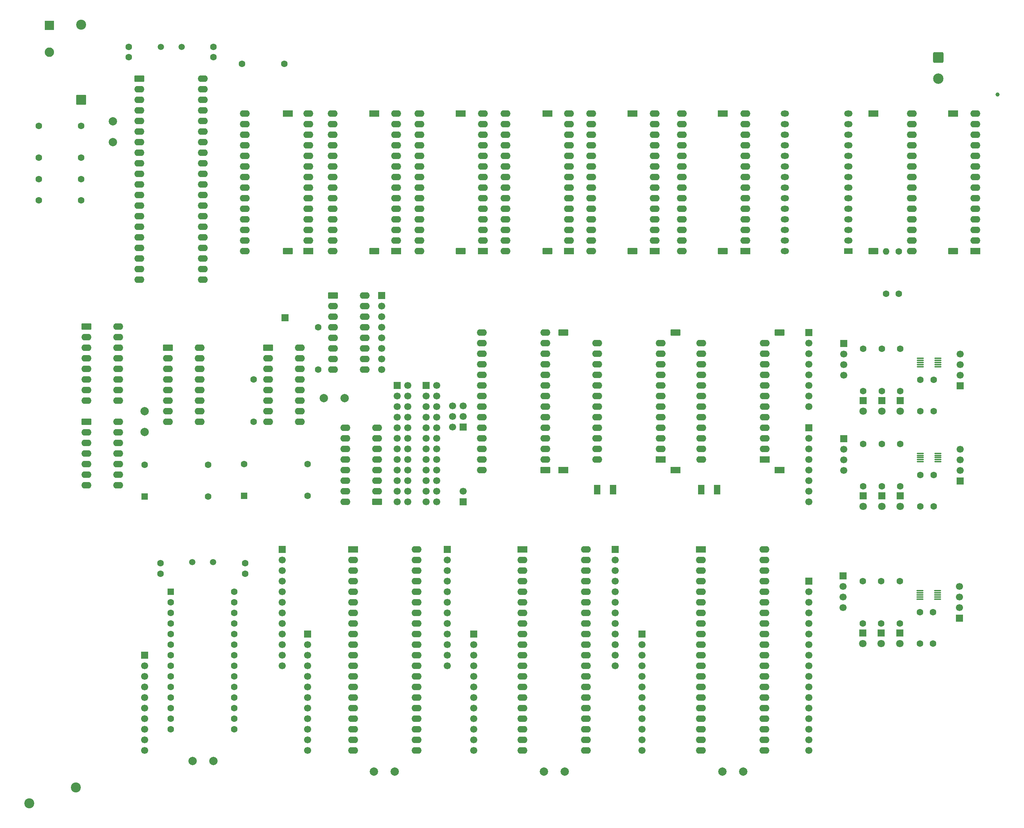
<source format=gts>
G04 #@! TF.GenerationSoftware,KiCad,Pcbnew,9.0.2*
G04 #@! TF.CreationDate,2025-07-01T19:52:47+02:00*
G04 #@! TF.ProjectId,CPU_X-3,4350555f-582d-4332-9e6b-696361645f70,3*
G04 #@! TF.SameCoordinates,Original*
G04 #@! TF.FileFunction,Soldermask,Top*
G04 #@! TF.FilePolarity,Negative*
%FSLAX46Y46*%
G04 Gerber Fmt 4.6, Leading zero omitted, Abs format (unit mm)*
G04 Created by KiCad (PCBNEW 9.0.2) date 2025-07-01 19:52:47*
%MOMM*%
%LPD*%
G01*
G04 APERTURE LIST*
G04 Aperture macros list*
%AMRoundRect*
0 Rectangle with rounded corners*
0 $1 Rounding radius*
0 $2 $3 $4 $5 $6 $7 $8 $9 X,Y pos of 4 corners*
0 Add a 4 corners polygon primitive as box body*
4,1,4,$2,$3,$4,$5,$6,$7,$8,$9,$2,$3,0*
0 Add four circle primitives for the rounded corners*
1,1,$1+$1,$2,$3*
1,1,$1+$1,$4,$5*
1,1,$1+$1,$6,$7*
1,1,$1+$1,$8,$9*
0 Add four rect primitives between the rounded corners*
20,1,$1+$1,$2,$3,$4,$5,0*
20,1,$1+$1,$4,$5,$6,$7,0*
20,1,$1+$1,$6,$7,$8,$9,0*
20,1,$1+$1,$8,$9,$2,$3,0*%
G04 Aperture macros list end*
%ADD10C,1.800000*%
%ADD11R,1.800000X1.800000*%
%ADD12C,1.600000*%
%ADD13R,1.700000X1.700000*%
%ADD14C,1.700000*%
%ADD15RoundRect,0.142858X-1.057142X-0.657142X1.057142X-0.657142X1.057142X0.657142X-1.057142X0.657142X0*%
%ADD16R,2.400000X1.600000*%
%ADD17R,1.500000X1.000000*%
%ADD18C,2.000000*%
%ADD19RoundRect,0.250000X-0.950000X-0.550000X0.950000X-0.550000X0.950000X0.550000X-0.950000X0.550000X0*%
%ADD20O,2.400000X1.600000*%
%ADD21C,2.400000*%
%ADD22C,1.500000*%
%ADD23RoundRect,0.142858X1.057142X0.657142X-1.057142X0.657142X-1.057142X-0.657142X1.057142X-0.657142X0*%
%ADD24RoundRect,0.087500X0.725000X0.087500X-0.725000X0.087500X-0.725000X-0.087500X0.725000X-0.087500X0*%
%ADD25RoundRect,0.250000X0.950000X0.550000X-0.950000X0.550000X-0.950000X-0.550000X0.950000X-0.550000X0*%
%ADD26R,2.000000X1.440000*%
%ADD27O,2.000000X1.440000*%
%ADD28R,1.600000X1.600000*%
%ADD29RoundRect,0.250000X-1.000000X1.000000X-1.000000X-1.000000X1.000000X-1.000000X1.000000X1.000000X0*%
%ADD30C,2.500000*%
%ADD31RoundRect,0.250000X-0.550000X-0.550000X0.550000X-0.550000X0.550000X0.550000X-0.550000X0.550000X0*%
%ADD32RoundRect,0.250001X0.949999X-0.949999X0.949999X0.949999X-0.949999X0.949999X-0.949999X-0.949999X0*%
%ADD33R,2.250000X2.250000*%
%ADD34C,2.250000*%
%ADD35C,1.000000*%
%ADD36O,1.600000X1.600000*%
G04 APERTURE END LIST*
G36*
X171565000Y-144249000D02*
G01*
X170065000Y-144249000D01*
X170065000Y-144549000D01*
X171565000Y-144549000D01*
X171565000Y-144249000D01*
G37*
G36*
X196584000Y-144264000D02*
G01*
X195084000Y-144264000D01*
X195084000Y-144564000D01*
X196584000Y-144564000D01*
X196584000Y-144264000D01*
G37*
G36*
X192774000Y-144264000D02*
G01*
X191274000Y-144264000D01*
X191274000Y-144564000D01*
X192774000Y-144564000D01*
X192774000Y-144264000D01*
G37*
G36*
X167755000Y-144264000D02*
G01*
X166255000Y-144264000D01*
X166255000Y-144564000D01*
X167755000Y-144564000D01*
X167755000Y-144264000D01*
G37*
D10*
X235331000Y-148396000D03*
D11*
X235331000Y-145856000D03*
D12*
X100076000Y-105410000D03*
X100076000Y-115570000D03*
D13*
X226187000Y-109280000D03*
D14*
X226187000Y-111820000D03*
X226187000Y-114360000D03*
X226187000Y-116900000D03*
D12*
X230759000Y-176530000D03*
X230759000Y-166370000D03*
D15*
X252476000Y-87122000D03*
D16*
X252476000Y-54122000D03*
D15*
X134239000Y-87102000D03*
D16*
X134239000Y-54102000D03*
D13*
X91440000Y-158750000D03*
D14*
X91440000Y-161290000D03*
X91440000Y-163830000D03*
X91440000Y-166370000D03*
X91440000Y-168910000D03*
X91440000Y-171450000D03*
X91440000Y-173990000D03*
X91440000Y-176530000D03*
X91440000Y-179070000D03*
X91440000Y-181610000D03*
X91440000Y-184150000D03*
X91440000Y-186690000D03*
D17*
X170815000Y-143749000D03*
X170815000Y-145049000D03*
D18*
X50800000Y-60960000D03*
X50800000Y-55960000D03*
D12*
X33020000Y-74930000D03*
X43180000Y-74930000D03*
D13*
X254000000Y-175260000D03*
D14*
X254000000Y-172720000D03*
X254000000Y-170180000D03*
X254000000Y-167640000D03*
D12*
X82550000Y-164572000D03*
X82550000Y-162072000D03*
D11*
X230886000Y-145856000D03*
D10*
X230886000Y-148396000D03*
D13*
X115316000Y-97790000D03*
D14*
X115316000Y-100330000D03*
X115316000Y-102870000D03*
X115316000Y-105410000D03*
X115316000Y-107950000D03*
X115316000Y-110490000D03*
X115316000Y-113030000D03*
X115316000Y-115570000D03*
D15*
X175514000Y-87102000D03*
D16*
X175514000Y-54102000D03*
D13*
X254127000Y-142300000D03*
D14*
X254127000Y-139760000D03*
X254127000Y-137220000D03*
X254127000Y-134680000D03*
D19*
X103632000Y-97790000D03*
D20*
X103632000Y-100330000D03*
X103632000Y-102870000D03*
X103632000Y-105410000D03*
X103632000Y-107950000D03*
X103632000Y-110490000D03*
X103632000Y-113030000D03*
X103632000Y-115570000D03*
X111252000Y-115570000D03*
X111252000Y-113030000D03*
X111252000Y-110490000D03*
X111252000Y-107950000D03*
X111252000Y-105410000D03*
X111252000Y-102870000D03*
X111252000Y-100330000D03*
X111252000Y-97790000D03*
D17*
X195834000Y-143764000D03*
X195834000Y-145064000D03*
D12*
X235204000Y-176530000D03*
X235204000Y-166370000D03*
D13*
X226060000Y-165100000D03*
D14*
X226060000Y-167640000D03*
X226060000Y-170180000D03*
X226060000Y-172720000D03*
D12*
X91948000Y-42164000D03*
X81788000Y-42164000D03*
X54610000Y-38100000D03*
X54610000Y-40600000D03*
D21*
X41910000Y-215900000D03*
D13*
X177800000Y-179070000D03*
D14*
X177800000Y-181610000D03*
X177800000Y-184150000D03*
X177800000Y-186690000D03*
X177800000Y-189230000D03*
X177800000Y-191770000D03*
X177800000Y-194310000D03*
X177800000Y-196850000D03*
X177800000Y-199390000D03*
X177800000Y-201930000D03*
X177800000Y-204470000D03*
X177800000Y-207010000D03*
D13*
X118999000Y-119380000D03*
D14*
X121539000Y-119380000D03*
X118999000Y-121920000D03*
X121539000Y-121920000D03*
X118999000Y-124460000D03*
X121539000Y-124460000D03*
X118999000Y-127000000D03*
X121539000Y-127000000D03*
X118999000Y-129540000D03*
X121539000Y-129540000D03*
X118999000Y-132080000D03*
X121539000Y-132080000D03*
X118999000Y-134620000D03*
X121539000Y-134620000D03*
X118999000Y-137160000D03*
X121539000Y-137160000D03*
X118999000Y-139700000D03*
X121539000Y-139700000D03*
X118999000Y-142240000D03*
X121539000Y-142240000D03*
X118999000Y-144780000D03*
X121539000Y-144780000D03*
X118999000Y-147320000D03*
X121539000Y-147320000D03*
D16*
X191897000Y-158750000D03*
D20*
X191897000Y-161290000D03*
X191897000Y-163830000D03*
X191897000Y-166370000D03*
X191897000Y-168910000D03*
X191897000Y-171450000D03*
X191897000Y-173990000D03*
X191897000Y-176530000D03*
X191897000Y-179070000D03*
X191897000Y-181610000D03*
X191897000Y-184150000D03*
X191897000Y-186690000D03*
X191897000Y-189230000D03*
X191897000Y-191770000D03*
X191897000Y-194310000D03*
X191897000Y-196850000D03*
X191897000Y-199390000D03*
X191897000Y-201930000D03*
X191897000Y-204470000D03*
X191897000Y-207010000D03*
X207137000Y-207010000D03*
X207137000Y-204470000D03*
X207137000Y-201930000D03*
X207137000Y-199390000D03*
X207137000Y-196850000D03*
X207137000Y-194310000D03*
X207137000Y-191770000D03*
X207137000Y-189230000D03*
X207137000Y-186690000D03*
X207137000Y-184150000D03*
X207137000Y-181610000D03*
X207137000Y-179070000D03*
X207137000Y-176530000D03*
X207137000Y-173990000D03*
X207137000Y-171450000D03*
X207137000Y-168910000D03*
X207137000Y-166370000D03*
X207137000Y-163830000D03*
X207137000Y-161290000D03*
X207137000Y-158750000D03*
D11*
X239776000Y-122996000D03*
D10*
X239776000Y-125536000D03*
D15*
X92750000Y-87102000D03*
D16*
X92750000Y-54102000D03*
D11*
X230759000Y-178816000D03*
D10*
X230759000Y-181356000D03*
D13*
X217805000Y-129540000D03*
D14*
X217805000Y-132080000D03*
X217805000Y-134620000D03*
X217805000Y-137160000D03*
X217805000Y-139700000D03*
X217805000Y-142240000D03*
X217805000Y-144780000D03*
X217805000Y-147320000D03*
D22*
X62312500Y-38100000D03*
X67312500Y-38100000D03*
D12*
X62230000Y-162072000D03*
X62230000Y-164572000D03*
D22*
X69850000Y-161798000D03*
X74850000Y-161798000D03*
D19*
X44450000Y-128143000D03*
D20*
X44450000Y-130683000D03*
X44450000Y-133223000D03*
X44450000Y-135763000D03*
X44450000Y-138303000D03*
X44450000Y-140843000D03*
X44450000Y-143383000D03*
X52070000Y-143383000D03*
X52070000Y-140843000D03*
X52070000Y-138303000D03*
X52070000Y-135763000D03*
X52070000Y-133223000D03*
X52070000Y-130683000D03*
X52070000Y-128143000D03*
D12*
X230886000Y-120710000D03*
X230886000Y-110550000D03*
D16*
X257810000Y-87122000D03*
D20*
X257810000Y-84582000D03*
X257810000Y-82042000D03*
X257810000Y-79502000D03*
X257810000Y-76962000D03*
X257810000Y-74422000D03*
X257810000Y-71882000D03*
X257810000Y-69342000D03*
X257810000Y-66802000D03*
X257810000Y-64262000D03*
X257810000Y-61722000D03*
X257810000Y-59182000D03*
X257810000Y-56642000D03*
X257810000Y-54102000D03*
X242570000Y-54102000D03*
X242570000Y-56642000D03*
X242570000Y-59182000D03*
X242570000Y-61722000D03*
X242570000Y-64262000D03*
X242570000Y-66802000D03*
X242570000Y-69342000D03*
X242570000Y-71882000D03*
X242570000Y-74422000D03*
X242570000Y-76962000D03*
X242570000Y-79502000D03*
X242570000Y-82042000D03*
X242570000Y-84582000D03*
X242570000Y-87122000D03*
D18*
X101426000Y-122428000D03*
X106426000Y-122428000D03*
X197057000Y-212090000D03*
X202057000Y-212090000D03*
D23*
X185801000Y-106680000D03*
D16*
X185801000Y-139680000D03*
D24*
X248827000Y-114868000D03*
X248827000Y-114368000D03*
X248827000Y-113868000D03*
X248827000Y-113368000D03*
X248827000Y-112868000D03*
X244602000Y-112868000D03*
X244602000Y-113368000D03*
X244602000Y-113868000D03*
X244602000Y-114368000D03*
X244602000Y-114868000D03*
D19*
X64008000Y-110363000D03*
D20*
X64008000Y-112903000D03*
X64008000Y-115443000D03*
X64008000Y-117983000D03*
X64008000Y-120523000D03*
X64008000Y-123063000D03*
X64008000Y-125603000D03*
X64008000Y-128143000D03*
X71628000Y-128143000D03*
X71628000Y-125603000D03*
X71628000Y-123063000D03*
X71628000Y-120523000D03*
X71628000Y-117983000D03*
X71628000Y-115443000D03*
X71628000Y-112903000D03*
X71628000Y-110363000D03*
D16*
X180848000Y-87122000D03*
D20*
X180848000Y-84582000D03*
X180848000Y-82042000D03*
X180848000Y-79502000D03*
X180848000Y-76962000D03*
X180848000Y-74422000D03*
X180848000Y-71882000D03*
X180848000Y-69342000D03*
X180848000Y-66802000D03*
X180848000Y-64262000D03*
X180848000Y-61722000D03*
X180848000Y-59182000D03*
X180848000Y-56642000D03*
X180848000Y-54102000D03*
X165608000Y-54102000D03*
X165608000Y-56642000D03*
X165608000Y-59182000D03*
X165608000Y-61722000D03*
X165608000Y-64262000D03*
X165608000Y-66802000D03*
X165608000Y-69342000D03*
X165608000Y-71882000D03*
X165608000Y-74422000D03*
X165608000Y-76962000D03*
X165608000Y-79502000D03*
X165608000Y-82042000D03*
X165608000Y-84582000D03*
X165608000Y-87122000D03*
D18*
X113428175Y-212090000D03*
X118428175Y-212090000D03*
X154258000Y-212090000D03*
X159258000Y-212090000D03*
D16*
X207264000Y-137160000D03*
D20*
X207264000Y-134620000D03*
X207264000Y-132080000D03*
X207264000Y-129540000D03*
X207264000Y-127000000D03*
X207264000Y-124460000D03*
X207264000Y-121920000D03*
X207264000Y-119380000D03*
X207264000Y-116840000D03*
X207264000Y-114300000D03*
X207264000Y-111760000D03*
X207264000Y-109220000D03*
X192024000Y-109220000D03*
X192024000Y-111760000D03*
X192024000Y-114300000D03*
X192024000Y-116840000D03*
X192024000Y-119380000D03*
X192024000Y-121920000D03*
X192024000Y-124460000D03*
X192024000Y-127000000D03*
X192024000Y-129540000D03*
X192024000Y-132080000D03*
X192024000Y-134620000D03*
X192024000Y-137160000D03*
D12*
X239776000Y-110550000D03*
X239776000Y-120710000D03*
D11*
X230886000Y-122996000D03*
D10*
X230886000Y-125536000D03*
D12*
X239395000Y-97409000D03*
X239395000Y-87249000D03*
D11*
X239776000Y-145856000D03*
D10*
X239776000Y-148396000D03*
D19*
X88011000Y-110363000D03*
D20*
X88011000Y-112903000D03*
X88011000Y-115443000D03*
X88011000Y-117983000D03*
X88011000Y-120523000D03*
X88011000Y-123063000D03*
X88011000Y-125603000D03*
X88011000Y-128143000D03*
X95631000Y-128143000D03*
X95631000Y-125603000D03*
X95631000Y-123063000D03*
X95631000Y-120523000D03*
X95631000Y-117983000D03*
X95631000Y-115443000D03*
X95631000Y-112903000D03*
X95631000Y-110363000D03*
D23*
X158924000Y-106680000D03*
D16*
X158924000Y-139680000D03*
D13*
X125984000Y-119380000D03*
D14*
X128524000Y-119380000D03*
X125984000Y-121920000D03*
X128524000Y-121920000D03*
X125984000Y-124460000D03*
X128524000Y-124460000D03*
X125984000Y-127000000D03*
X128524000Y-127000000D03*
X125984000Y-129540000D03*
X128524000Y-129540000D03*
X125984000Y-132080000D03*
X128524000Y-132080000D03*
X125984000Y-134620000D03*
X128524000Y-134620000D03*
X125984000Y-137160000D03*
X128524000Y-137160000D03*
X125984000Y-139700000D03*
X128524000Y-139700000D03*
X125984000Y-142240000D03*
X128524000Y-142240000D03*
X125984000Y-144780000D03*
X128524000Y-144780000D03*
X125984000Y-147320000D03*
X128524000Y-147320000D03*
D25*
X114173000Y-147320000D03*
D20*
X114173000Y-144780000D03*
X114173000Y-142240000D03*
X114173000Y-139700000D03*
X114173000Y-137160000D03*
X114173000Y-134620000D03*
X114173000Y-132080000D03*
X114173000Y-129540000D03*
X106553000Y-129540000D03*
X106553000Y-132080000D03*
X106553000Y-134620000D03*
X106553000Y-137160000D03*
X106553000Y-139700000D03*
X106553000Y-142240000D03*
X106553000Y-144780000D03*
X106553000Y-147320000D03*
D19*
X44450000Y-105283000D03*
D20*
X44450000Y-107823000D03*
X44450000Y-110363000D03*
X44450000Y-112903000D03*
X44450000Y-115443000D03*
X44450000Y-117983000D03*
X44450000Y-120523000D03*
X44450000Y-123063000D03*
X52070000Y-123063000D03*
X52070000Y-120523000D03*
X52070000Y-117983000D03*
X52070000Y-115443000D03*
X52070000Y-112903000D03*
X52070000Y-110363000D03*
X52070000Y-107823000D03*
X52070000Y-105283000D03*
D17*
X192024000Y-143764000D03*
X192024000Y-145064000D03*
D25*
X154559000Y-139700000D03*
D20*
X154559000Y-137160000D03*
X154559000Y-134620000D03*
X154559000Y-132080000D03*
X154559000Y-129540000D03*
X154559000Y-127000000D03*
X154559000Y-124460000D03*
X154559000Y-121920000D03*
X154559000Y-119380000D03*
X154559000Y-116840000D03*
X154559000Y-114300000D03*
X154559000Y-111760000D03*
X154559000Y-109220000D03*
X154559000Y-106680000D03*
X139319000Y-106680000D03*
X139319000Y-109220000D03*
X139319000Y-111760000D03*
X139319000Y-114300000D03*
X139319000Y-116840000D03*
X139319000Y-119380000D03*
X139319000Y-121920000D03*
X139319000Y-124460000D03*
X139319000Y-127000000D03*
X139319000Y-129540000D03*
X139319000Y-132080000D03*
X139319000Y-134620000D03*
X139319000Y-137160000D03*
X139319000Y-139700000D03*
D12*
X247777000Y-118043000D03*
X247777000Y-125543000D03*
X84582000Y-117983000D03*
X84582000Y-128143000D03*
D13*
X92075000Y-103124000D03*
D16*
X118745000Y-87122000D03*
D20*
X118745000Y-84582000D03*
X118745000Y-82042000D03*
X118745000Y-79502000D03*
X118745000Y-76962000D03*
X118745000Y-74422000D03*
X118745000Y-71882000D03*
X118745000Y-69342000D03*
X118745000Y-66802000D03*
X118745000Y-64262000D03*
X118745000Y-61722000D03*
X118745000Y-59182000D03*
X118745000Y-56642000D03*
X118745000Y-54102000D03*
X103505000Y-54102000D03*
X103505000Y-56642000D03*
X103505000Y-59182000D03*
X103505000Y-61722000D03*
X103505000Y-64262000D03*
X103505000Y-66802000D03*
X103505000Y-69342000D03*
X103505000Y-71882000D03*
X103505000Y-74422000D03*
X103505000Y-76962000D03*
X103505000Y-79502000D03*
X103505000Y-82042000D03*
X103505000Y-84582000D03*
X103505000Y-87122000D03*
D26*
X227330000Y-87122000D03*
D27*
X227330000Y-84582000D03*
X227330000Y-82042000D03*
X227330000Y-79502000D03*
X227330000Y-76962000D03*
X227330000Y-74422000D03*
X227330000Y-71882000D03*
X227330000Y-69342000D03*
X227330000Y-66802000D03*
X227330000Y-64262000D03*
X227330000Y-61722000D03*
X227330000Y-59182000D03*
X227330000Y-56642000D03*
X227330000Y-54102000D03*
X212090000Y-54102000D03*
X212090000Y-56642000D03*
X212090000Y-59182000D03*
X212090000Y-61722000D03*
X212090000Y-64262000D03*
X212090000Y-66802000D03*
X212090000Y-69342000D03*
X212090000Y-71882000D03*
X212090000Y-74422000D03*
X212090000Y-76962000D03*
X212090000Y-79502000D03*
X212090000Y-82042000D03*
X212090000Y-84582000D03*
X212090000Y-87122000D03*
D28*
X82296000Y-145923000D03*
D12*
X97536000Y-145923000D03*
X97536000Y-138303000D03*
X82296000Y-138303000D03*
D15*
X155067000Y-87122000D03*
D16*
X155067000Y-54122000D03*
X182245000Y-137160000D03*
D20*
X182245000Y-134620000D03*
X182245000Y-132080000D03*
X182245000Y-129540000D03*
X182245000Y-127000000D03*
X182245000Y-124460000D03*
X182245000Y-121920000D03*
X182245000Y-119380000D03*
X182245000Y-116840000D03*
X182245000Y-114300000D03*
X182245000Y-111760000D03*
X182245000Y-109220000D03*
X167005000Y-109220000D03*
X167005000Y-111760000D03*
X167005000Y-114300000D03*
X167005000Y-116840000D03*
X167005000Y-119380000D03*
X167005000Y-121920000D03*
X167005000Y-124460000D03*
X167005000Y-127000000D03*
X167005000Y-129540000D03*
X167005000Y-132080000D03*
X167005000Y-134620000D03*
X167005000Y-137160000D03*
D24*
X248700000Y-170688000D03*
X248700000Y-170188000D03*
X248700000Y-169688000D03*
X248700000Y-169188000D03*
X248700000Y-168688000D03*
X244475000Y-168688000D03*
X244475000Y-169188000D03*
X244475000Y-169688000D03*
X244475000Y-170188000D03*
X244475000Y-170688000D03*
X248827000Y-137696000D03*
X248827000Y-137196000D03*
X248827000Y-136696000D03*
X248827000Y-136196000D03*
X248827000Y-135696000D03*
X244602000Y-135696000D03*
X244602000Y-136196000D03*
X244602000Y-136696000D03*
X244602000Y-137196000D03*
X244602000Y-137696000D03*
D16*
X108458000Y-158750000D03*
D20*
X108458000Y-161290000D03*
X108458000Y-163830000D03*
X108458000Y-166370000D03*
X108458000Y-168910000D03*
X108458000Y-171450000D03*
X108458000Y-173990000D03*
X108458000Y-176530000D03*
X108458000Y-179070000D03*
X108458000Y-181610000D03*
X108458000Y-184150000D03*
X108458000Y-186690000D03*
X108458000Y-189230000D03*
X108458000Y-191770000D03*
X108458000Y-194310000D03*
X108458000Y-196850000D03*
X108458000Y-199390000D03*
X108458000Y-201930000D03*
X108458000Y-204470000D03*
X108458000Y-207010000D03*
X123698000Y-207010000D03*
X123698000Y-204470000D03*
X123698000Y-201930000D03*
X123698000Y-199390000D03*
X123698000Y-196850000D03*
X123698000Y-194310000D03*
X123698000Y-191770000D03*
X123698000Y-189230000D03*
X123698000Y-186690000D03*
X123698000Y-184150000D03*
X123698000Y-181610000D03*
X123698000Y-179070000D03*
X123698000Y-176530000D03*
X123698000Y-173990000D03*
X123698000Y-171450000D03*
X123698000Y-168910000D03*
X123698000Y-166370000D03*
X123698000Y-163830000D03*
X123698000Y-161290000D03*
X123698000Y-158750000D03*
D29*
X248920000Y-40640000D03*
D30*
X248920000Y-45720000D03*
D12*
X235331000Y-120710000D03*
X235331000Y-110550000D03*
X239776000Y-133410000D03*
X239776000Y-143570000D03*
D13*
X134874000Y-147320000D03*
D14*
X134874000Y-144780000D03*
D12*
X247777000Y-140903000D03*
X247777000Y-148403000D03*
X33020000Y-57040000D03*
X43180000Y-57040000D03*
D23*
X210820000Y-106700000D03*
D16*
X210820000Y-139700000D03*
D13*
X131064000Y-158750000D03*
D14*
X131064000Y-161290000D03*
X131064000Y-163830000D03*
X131064000Y-166370000D03*
X131064000Y-168910000D03*
X131064000Y-171450000D03*
X131064000Y-173990000D03*
X131064000Y-176530000D03*
X131064000Y-179070000D03*
X131064000Y-181610000D03*
X131064000Y-184150000D03*
X131064000Y-186690000D03*
D12*
X247650000Y-173856000D03*
X247650000Y-181356000D03*
X244602000Y-140903000D03*
X244602000Y-148403000D03*
D16*
X139573000Y-87122000D03*
D20*
X139573000Y-84582000D03*
X139573000Y-82042000D03*
X139573000Y-79502000D03*
X139573000Y-76962000D03*
X139573000Y-74422000D03*
X139573000Y-71882000D03*
X139573000Y-69342000D03*
X139573000Y-66802000D03*
X139573000Y-64262000D03*
X139573000Y-61722000D03*
X139573000Y-59182000D03*
X139573000Y-56642000D03*
X139573000Y-54102000D03*
X124333000Y-54102000D03*
X124333000Y-56642000D03*
X124333000Y-59182000D03*
X124333000Y-61722000D03*
X124333000Y-64262000D03*
X124333000Y-66802000D03*
X124333000Y-69342000D03*
X124333000Y-71882000D03*
X124333000Y-74422000D03*
X124333000Y-76962000D03*
X124333000Y-79502000D03*
X124333000Y-82042000D03*
X124333000Y-84582000D03*
X124333000Y-87122000D03*
D18*
X58420000Y-130603000D03*
X58420000Y-125603000D03*
D16*
X160274000Y-87122000D03*
D20*
X160274000Y-84582000D03*
X160274000Y-82042000D03*
X160274000Y-79502000D03*
X160274000Y-76962000D03*
X160274000Y-74422000D03*
X160274000Y-71882000D03*
X160274000Y-69342000D03*
X160274000Y-66802000D03*
X160274000Y-64262000D03*
X160274000Y-61722000D03*
X160274000Y-59182000D03*
X160274000Y-56642000D03*
X160274000Y-54102000D03*
X145034000Y-54102000D03*
X145034000Y-56642000D03*
X145034000Y-59182000D03*
X145034000Y-61722000D03*
X145034000Y-64262000D03*
X145034000Y-66802000D03*
X145034000Y-69342000D03*
X145034000Y-71882000D03*
X145034000Y-74422000D03*
X145034000Y-76962000D03*
X145034000Y-79502000D03*
X145034000Y-82042000D03*
X145034000Y-84582000D03*
X145034000Y-87122000D03*
D16*
X97663000Y-87122000D03*
D20*
X97663000Y-84582000D03*
X97663000Y-82042000D03*
X97663000Y-79502000D03*
X97663000Y-76962000D03*
X97663000Y-74422000D03*
X97663000Y-71882000D03*
X97663000Y-69342000D03*
X97663000Y-66802000D03*
X97663000Y-64262000D03*
X97663000Y-61722000D03*
X97663000Y-59182000D03*
X97663000Y-56642000D03*
X97663000Y-54102000D03*
X82423000Y-54102000D03*
X82423000Y-56642000D03*
X82423000Y-59182000D03*
X82423000Y-61722000D03*
X82423000Y-64262000D03*
X82423000Y-66802000D03*
X82423000Y-69342000D03*
X82423000Y-71882000D03*
X82423000Y-74422000D03*
X82423000Y-76962000D03*
X82423000Y-79502000D03*
X82423000Y-82042000D03*
X82423000Y-84582000D03*
X82423000Y-87122000D03*
D15*
X233299000Y-87102000D03*
D16*
X233299000Y-54102000D03*
D13*
X171323000Y-158750000D03*
D14*
X171323000Y-161290000D03*
X171323000Y-163830000D03*
X171323000Y-166370000D03*
X171323000Y-168910000D03*
X171323000Y-171450000D03*
X171323000Y-173990000D03*
X171323000Y-176530000D03*
X171323000Y-179070000D03*
X171323000Y-181610000D03*
X171323000Y-184150000D03*
X171323000Y-186690000D03*
D15*
X113538000Y-87102000D03*
D16*
X113538000Y-54102000D03*
D11*
X235331000Y-122996000D03*
D10*
X235331000Y-125536000D03*
D13*
X217805000Y-166370000D03*
D14*
X217805000Y-168910000D03*
X217805000Y-171450000D03*
X217805000Y-173990000D03*
X217805000Y-176530000D03*
X217805000Y-179070000D03*
X217805000Y-181610000D03*
X217805000Y-184150000D03*
X217805000Y-186690000D03*
X217805000Y-189230000D03*
X217805000Y-191770000D03*
X217805000Y-194310000D03*
X217805000Y-196850000D03*
X217805000Y-199390000D03*
X217805000Y-201930000D03*
X217805000Y-204470000D03*
X217805000Y-207010000D03*
D31*
X64643000Y-168910000D03*
D12*
X64643000Y-171450000D03*
X64643000Y-173990000D03*
X64643000Y-176530000D03*
X64643000Y-179070000D03*
X64643000Y-181610000D03*
X64643000Y-184150000D03*
X64643000Y-186690000D03*
X64643000Y-189230000D03*
X64643000Y-191770000D03*
X64643000Y-194310000D03*
X64643000Y-196850000D03*
X64643000Y-199390000D03*
X64643000Y-201930000D03*
X79883000Y-201930000D03*
X79883000Y-199390000D03*
X79883000Y-196850000D03*
X79883000Y-194310000D03*
X79883000Y-191770000D03*
X79883000Y-189230000D03*
X79883000Y-186690000D03*
X79883000Y-184150000D03*
X79883000Y-181610000D03*
X79883000Y-179070000D03*
X79883000Y-176530000D03*
X79883000Y-173990000D03*
X79883000Y-171450000D03*
X79883000Y-168910000D03*
D16*
X202565000Y-87122000D03*
D20*
X202565000Y-84582000D03*
X202565000Y-82042000D03*
X202565000Y-79502000D03*
X202565000Y-76962000D03*
X202565000Y-74422000D03*
X202565000Y-71882000D03*
X202565000Y-69342000D03*
X202565000Y-66802000D03*
X202565000Y-64262000D03*
X202565000Y-61722000D03*
X202565000Y-59182000D03*
X202565000Y-56642000D03*
X202565000Y-54102000D03*
X187325000Y-54102000D03*
X187325000Y-56642000D03*
X187325000Y-59182000D03*
X187325000Y-61722000D03*
X187325000Y-64262000D03*
X187325000Y-66802000D03*
X187325000Y-69342000D03*
X187325000Y-71882000D03*
X187325000Y-74422000D03*
X187325000Y-76962000D03*
X187325000Y-79502000D03*
X187325000Y-82042000D03*
X187325000Y-84582000D03*
X187325000Y-87122000D03*
D21*
X30734000Y-219710000D03*
D13*
X226187000Y-132140000D03*
D14*
X226187000Y-134680000D03*
X226187000Y-137220000D03*
X226187000Y-139760000D03*
D12*
X33020000Y-69850000D03*
X43180000Y-69850000D03*
D28*
X58420000Y-146050000D03*
D12*
X73660000Y-146050000D03*
X73660000Y-138430000D03*
X58420000Y-138430000D03*
D32*
X43180000Y-50800000D03*
D21*
X43180000Y-32800000D03*
D12*
X244602000Y-118043000D03*
X244602000Y-125543000D03*
D13*
X217805000Y-106680000D03*
D14*
X217805000Y-109220000D03*
X217805000Y-111760000D03*
X217805000Y-114300000D03*
X217805000Y-116840000D03*
X217805000Y-119380000D03*
X217805000Y-121920000D03*
X217805000Y-124460000D03*
D11*
X235204000Y-178816000D03*
D10*
X235204000Y-181356000D03*
D12*
X33020000Y-64660000D03*
X43180000Y-64660000D03*
D13*
X254127000Y-119440000D03*
D14*
X254127000Y-116900000D03*
X254127000Y-114360000D03*
X254127000Y-111820000D03*
D12*
X239649000Y-166370000D03*
X239649000Y-176530000D03*
D11*
X239649000Y-178816000D03*
D10*
X239649000Y-181356000D03*
D13*
X97536000Y-179070000D03*
D14*
X97536000Y-181610000D03*
X97536000Y-184150000D03*
X97536000Y-186690000D03*
X97536000Y-189230000D03*
X97536000Y-191770000D03*
X97536000Y-194310000D03*
X97536000Y-196850000D03*
X97536000Y-199390000D03*
X97536000Y-201930000D03*
X97536000Y-204470000D03*
X97536000Y-207010000D03*
D12*
X74930000Y-40600000D03*
X74930000Y-38100000D03*
D33*
X35565000Y-32905000D03*
D34*
X35565000Y-39405000D03*
D16*
X149098000Y-158750000D03*
D20*
X149098000Y-161290000D03*
X149098000Y-163830000D03*
X149098000Y-166370000D03*
X149098000Y-168910000D03*
X149098000Y-171450000D03*
X149098000Y-173990000D03*
X149098000Y-176530000D03*
X149098000Y-179070000D03*
X149098000Y-181610000D03*
X149098000Y-184150000D03*
X149098000Y-186690000D03*
X149098000Y-189230000D03*
X149098000Y-191770000D03*
X149098000Y-194310000D03*
X149098000Y-196850000D03*
X149098000Y-199390000D03*
X149098000Y-201930000D03*
X149098000Y-204470000D03*
X149098000Y-207010000D03*
X164338000Y-207010000D03*
X164338000Y-204470000D03*
X164338000Y-201930000D03*
X164338000Y-199390000D03*
X164338000Y-196850000D03*
X164338000Y-194310000D03*
X164338000Y-191770000D03*
X164338000Y-189230000D03*
X164338000Y-186690000D03*
X164338000Y-184150000D03*
X164338000Y-181610000D03*
X164338000Y-179070000D03*
X164338000Y-176530000D03*
X164338000Y-173990000D03*
X164338000Y-171450000D03*
X164338000Y-168910000D03*
X164338000Y-166370000D03*
X164338000Y-163830000D03*
X164338000Y-161290000D03*
X164338000Y-158750000D03*
D13*
X137414000Y-179070000D03*
D14*
X137414000Y-181610000D03*
X137414000Y-184150000D03*
X137414000Y-186690000D03*
X137414000Y-189230000D03*
X137414000Y-191770000D03*
X137414000Y-194310000D03*
X137414000Y-196850000D03*
X137414000Y-199390000D03*
X137414000Y-201930000D03*
X137414000Y-204470000D03*
X137414000Y-207010000D03*
D13*
X58420000Y-184150000D03*
D14*
X58420000Y-186690000D03*
X58420000Y-189230000D03*
X58420000Y-191770000D03*
X58420000Y-194310000D03*
X58420000Y-196850000D03*
X58420000Y-199390000D03*
X58420000Y-201930000D03*
X58420000Y-204470000D03*
X58420000Y-207010000D03*
D15*
X197144000Y-87112000D03*
D16*
X197144000Y-54112000D03*
D12*
X235331000Y-143570000D03*
X235331000Y-133410000D03*
D17*
X167005000Y-143764000D03*
X167005000Y-145064000D03*
D12*
X230886000Y-143570000D03*
X230886000Y-133410000D03*
D18*
X74890000Y-209550000D03*
X69890000Y-209550000D03*
D19*
X57155000Y-45720000D03*
D20*
X57155000Y-48260000D03*
X57155000Y-50800000D03*
X57155000Y-53340000D03*
X57155000Y-55880000D03*
X57155000Y-58420000D03*
X57155000Y-60960000D03*
X57155000Y-63500000D03*
X57155000Y-66040000D03*
X57155000Y-68580000D03*
X57155000Y-71120000D03*
X57155000Y-73660000D03*
X57155000Y-76200000D03*
X57155000Y-78740000D03*
X57155000Y-81280000D03*
X57155000Y-83820000D03*
X57155000Y-86360000D03*
X57155000Y-88900000D03*
X57155000Y-91440000D03*
X57155000Y-93980000D03*
X72395000Y-93980000D03*
X72395000Y-91440000D03*
X72395000Y-88900000D03*
X72395000Y-86360000D03*
X72395000Y-83820000D03*
X72395000Y-81280000D03*
X72395000Y-78740000D03*
X72395000Y-76200000D03*
X72395000Y-73660000D03*
X72395000Y-71120000D03*
X72395000Y-68580000D03*
X72395000Y-66040000D03*
X72395000Y-63500000D03*
X72395000Y-60960000D03*
X72395000Y-58420000D03*
X72395000Y-55880000D03*
X72395000Y-53340000D03*
X72395000Y-50800000D03*
X72395000Y-48260000D03*
X72395000Y-45720000D03*
D12*
X244475000Y-173856000D03*
X244475000Y-181356000D03*
D13*
X134874000Y-129413000D03*
D14*
X132334000Y-129413000D03*
X134874000Y-126873000D03*
X132334000Y-126873000D03*
X134874000Y-124333000D03*
X132334000Y-124333000D03*
D35*
X263144000Y-49530000D03*
D12*
X236347000Y-97392000D03*
D36*
X236347000Y-87232000D03*
M02*

</source>
